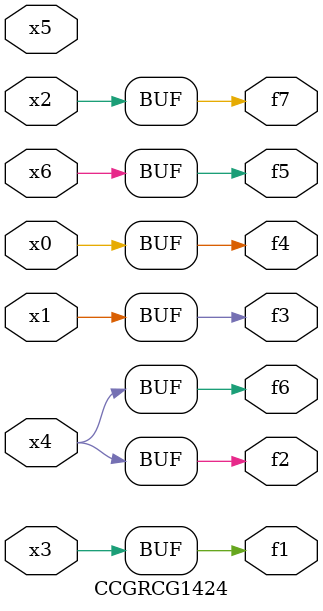
<source format=v>
module CCGRCG1424(
	input x0, x1, x2, x3, x4, x5, x6,
	output f1, f2, f3, f4, f5, f6, f7
);
	assign f1 = x3;
	assign f2 = x4;
	assign f3 = x1;
	assign f4 = x0;
	assign f5 = x6;
	assign f6 = x4;
	assign f7 = x2;
endmodule

</source>
